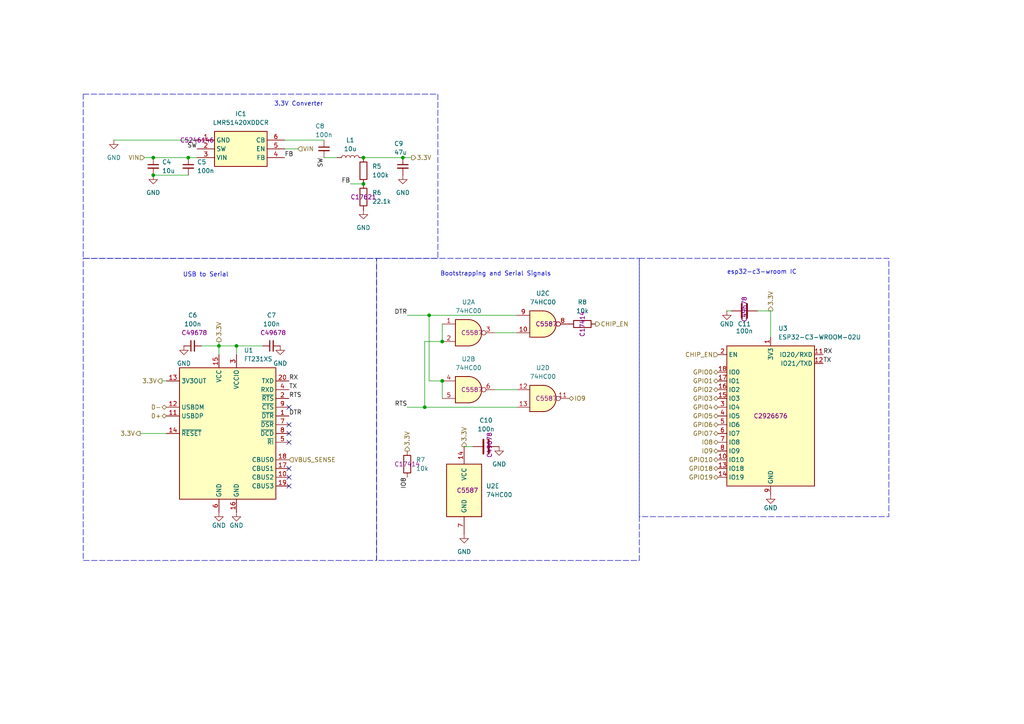
<source format=kicad_sch>
(kicad_sch (version 20250114) (generator "eeschema") (generator_version "9.0")
  (paper "A4")
  (lib_symbols
    (symbol "74xx:74HC00" (pin_names (offset 1.016))
      (property "Reference" "U" (at 0 1.27 0))
      (property "Value" "74HC00" (at 0 -1.27 0))
      (symbol "74HC00_1_1"
        (arc (start 0 3.81) (mid 3.7934 0) (end 0 -3.81) (stroke (width 0.254)) (fill (type background)))
        (polyline (pts (xy 0 3.81) (xy -3.81 3.81) (xy -3.81 -3.81) (xy 0 -3.81)) (stroke (width 0.254)) (fill (type background)))
        (pin input line (at -7.62 2.54 0) (length 3.81) (name "~") (number "1"))
        (pin input line (at -7.62 -2.54 0) (length 3.81) (name "~") (number "2"))
        (pin output inverted (at 7.62 0 180) (length 3.81) (name "~") (number "3"))
      )
      (symbol "74HC00_1_2"
        (arc (start -3.81 3.81) (mid -2.589 0) (end -3.81 -3.81) (stroke (width 0.254)))
        (polyline (pts (xy -3.81 3.81) (xy -0.635 3.81)) (stroke (width 0.254)) (fill (type background)))
        (polyline (pts (xy -3.81 -3.81) (xy -0.635 -3.81)) (stroke (width 0.254)) (fill (type background)))
        (arc (start 3.81 0) (mid 2.1855 -2.584) (end -0.6096 -3.81) (stroke (width 0.254)) (fill (type background)))
        (arc (start -0.6096 3.81) (mid 2.1928 2.5924) (end 3.81 0) (stroke (width 0.254)) (fill (type background)))
        (polyline (pts (xy -0.635 3.81) (xy -3.81 3.81) (xy -3.81 3.81) (xy -3.556 3.4036) (xy -3.0226 2.2606) (xy -2.6924 1.0414) (xy -2.6162 -0.254) (xy -2.7686 -1.4986) (xy -3.175 -2.7178) (xy -3.81 -3.81) (xy -3.81 -3.81) (xy -0.635 -3.81)) (stroke (width -25.4)) (fill (type background)))
        (pin input inverted (at -7.62 2.54 0) (length 4.318) (name "~") (number "1"))
        (pin input inverted (at -7.62 -2.54 0) (length 4.318) (name "~") (number "2"))
        (pin output line (at 7.62 0 180) (length 3.81) (name "~") (number "3"))
      )
      (symbol "74HC00_2_1"
        (arc (start 0 3.81) (mid 3.7934 0) (end 0 -3.81) (stroke (width 0.254)) (fill (type background)))
        (polyline (pts (xy 0 3.81) (xy -3.81 3.81) (xy -3.81 -3.81) (xy 0 -3.81)) (stroke (width 0.254)) (fill (type background)))
        (pin input line (at -7.62 2.54 0) (length 3.81) (name "~") (number "4"))
        (pin input line (at -7.62 -2.54 0) (length 3.81) (name "~") (number "5"))
        (pin output inverted (at 7.62 0 180) (length 3.81) (name "~") (number "6"))
      )
      (symbol "74HC00_2_2"
        (arc (start -3.81 3.81) (mid -2.589 0) (end -3.81 -3.81) (stroke (width 0.254)))
        (polyline (pts (xy -3.81 3.81) (xy -0.635 3.81)) (stroke (width 0.254)) (fill (type background)))
        (polyline (pts (xy -3.81 -3.81) (xy -0.635 -3.81)) (stroke (width 0.254)) (fill (type background)))
        (arc (start 3.81 0) (mid 2.1855 -2.584) (end -0.6096 -3.81) (stroke (width 0.254)) (fill (type background)))
        (arc (start -0.6096 3.81) (mid 2.1928 2.5924) (end 3.81 0) (stroke (width 0.254)) (fill (type background)))
        (polyline (pts (xy -0.635 3.81) (xy -3.81 3.81) (xy -3.81 3.81) (xy -3.556 3.4036) (xy -3.0226 2.2606) (xy -2.6924 1.0414) (xy -2.6162 -0.254) (xy -2.7686 -1.4986) (xy -3.175 -2.7178) (xy -3.81 -3.81) (xy -3.81 -3.81) (xy -0.635 -3.81)) (stroke (width -25.4)) (fill (type background)))
        (pin input inverted (at -7.62 2.54 0) (length 4.318) (name "~") (number "4"))
        (pin input inverted (at -7.62 -2.54 0) (length 4.318) (name "~") (number "5"))
        (pin output line (at 7.62 0 180) (length 3.81) (name "~") (number "6"))
      )
      (symbol "74HC00_3_1"
        (arc (start 0 3.81) (mid 3.7934 0) (end 0 -3.81) (stroke (width 0.254)) (fill (type background)))
        (polyline (pts (xy 0 3.81) (xy -3.81 3.81) (xy -3.81 -3.81) (xy 0 -3.81)) (stroke (width 0.254)) (fill (type background)))
        (pin input line (at -7.62 2.54 0) (length 3.81) (name "~") (number "9"))
        (pin input line (at -7.62 -2.54 0) (length 3.81) (name "~") (number "10"))
        (pin output inverted (at 7.62 0 180) (length 3.81) (name "~") (number "8"))
      )
      (symbol "74HC00_3_2"
        (arc (start -3.81 3.81) (mid -2.589 0) (end -3.81 -3.81) (stroke (width 0.254)))
        (polyline (pts (xy -3.81 3.81) (xy -0.635 3.81)) (stroke (width 0.254)) (fill (type background)))
        (polyline (pts (xy -3.81 -3.81) (xy -0.635 -3.81)) (stroke (width 0.254)) (fill (type background)))
        (arc (start 3.81 0) (mid 2.1855 -2.584) (end -0.6096 -3.81) (stroke (width 0.254)) (fill (type background)))
        (arc (start -0.6096 3.81) (mid 2.1928 2.5924) (end 3.81 0) (stroke (width 0.254)) (fill (type background)))
        (polyline (pts (xy -0.635 3.81) (xy -3.81 3.81) (xy -3.81 3.81) (xy -3.556 3.4036) (xy -3.0226 2.2606) (xy -2.6924 1.0414) (xy -2.6162 -0.254) (xy -2.7686 -1.4986) (xy -3.175 -2.7178) (xy -3.81 -3.81) (xy -3.81 -3.81) (xy -0.635 -3.81)) (stroke (width -25.4)) (fill (type background)))
        (pin input inverted (at -7.62 2.54 0) (length 4.318) (name "~") (number "9"))
        (pin input inverted (at -7.62 -2.54 0) (length 4.318) (name "~") (number "10"))
        (pin output line (at 7.62 0 180) (length 3.81) (name "~") (number "8"))
      )
      (symbol "74HC00_4_1"
        (arc (start 0 3.81) (mid 3.7934 0) (end 0 -3.81) (stroke (width 0.254)) (fill (type background)))
        (polyline (pts (xy 0 3.81) (xy -3.81 3.81) (xy -3.81 -3.81) (xy 0 -3.81)) (stroke (width 0.254)) (fill (type background)))
        (pin input line (at -7.62 2.54 0) (length 3.81) (name "~") (number "12"))
        (pin input line (at -7.62 -2.54 0) (length 3.81) (name "~") (number "13"))
        (pin output inverted (at 7.62 0 180) (length 3.81) (name "~") (number "11"))
      )
      (symbol "74HC00_4_2"
        (arc (start -3.81 3.81) (mid -2.589 0) (end -3.81 -3.81) (stroke (width 0.254)))
        (polyline (pts (xy -3.81 3.81) (xy -0.635 3.81)) (stroke (width 0.254)) (fill (type background)))
        (polyline (pts (xy -3.81 -3.81) (xy -0.635 -3.81)) (stroke (width 0.254)) (fill (type background)))
        (arc (start 3.81 0) (mid 2.1855 -2.584) (end -0.6096 -3.81) (stroke (width 0.254)) (fill (type background)))
        (arc (start -0.6096 3.81) (mid 2.1928 2.5924) (end 3.81 0) (stroke (width 0.254)) (fill (type background)))
        (polyline (pts (xy -0.635 3.81) (xy -3.81 3.81) (xy -3.81 3.81) (xy -3.556 3.4036) (xy -3.0226 2.2606) (xy -2.6924 1.0414) (xy -2.6162 -0.254) (xy -2.7686 -1.4986) (xy -3.175 -2.7178) (xy -3.81 -3.81) (xy -3.81 -3.81) (xy -0.635 -3.81)) (stroke (width -25.4)) (fill (type background)))
        (pin input inverted (at -7.62 2.54 0) (length 4.318) (name "~") (number "12"))
        (pin input inverted (at -7.62 -2.54 0) (length 4.318) (name "~") (number "13"))
        (pin output line (at 7.62 0 180) (length 3.81) (name "~") (number "11"))
      )
      (symbol "74HC00_5_0"
        (pin power_in line (at 0 12.7 270) (length 5.08) (name "VCC") (number "14"))
        (pin power_in line (at 0 -12.7 90) (length 5.08) (name "GND") (number "7"))
      )
      (symbol "74HC00_5_1"
        (rectangle (start -5.08 7.62) (end 5.08 -7.62) (stroke (width 0.254)) (fill (type background)))
      )
    )
    (symbol "Device:C" (pin_numbers (hide yes)) (pin_names (offset 0.254))
      (property "Reference" "C" (at 0.635 2.54 0))
      (property "Value" "C" (at 0.635 -2.54 0))
      (symbol "C_0_1"
        (polyline (pts (xy -2.032 0.762) (xy 2.032 0.762)) (stroke (width 0.508)))
        (polyline (pts (xy -2.032 -0.762) (xy 2.032 -0.762)) (stroke (width 0.508)))
      )
      (symbol "C_1_1"
        (pin passive line (at 0 3.81 270) (length 2.794) (name "~") (number "1"))
        (pin passive line (at 0 -3.81 90) (length 2.794) (name "~") (number "2"))
      )
    )
    (symbol "Device:C_Small" (pin_numbers (hide yes)) (pin_names (offset 0.254) (hide yes))
      (property "Reference" "C" (at 0.254 1.778 0))
      (property "Value" "C_Small" (at 0.254 -2.032 0))
      (symbol "C_Small_0_1"
        (polyline (pts (xy -1.524 0.508) (xy 1.524 0.508)) (stroke (width 0.3048)))
        (polyline (pts (xy -1.524 -0.508) (xy 1.524 -0.508)) (stroke (width 0.3302)))
      )
      (symbol "C_Small_1_1"
        (pin passive line (at 0 2.54 270) (length 2.032) (name "~") (number "1"))
        (pin passive line (at 0 -2.54 90) (length 2.032) (name "~") (number "2"))
      )
    )
    (symbol "Device:L" (pin_numbers (hide yes)) (pin_names (offset 1.016) (hide yes))
      (property "Reference" "L" (at -1.27 0 90))
      (property "Value" "L" (at 1.905 0 90))
      (symbol "L_0_1"
        (arc (start 0 2.54) (mid 0.6323 1.905) (end 0 1.27))
        (arc (start 0 1.27) (mid 0.6323 0.635) (end 0 0))
        (arc (start 0 0) (mid 0.6323 -0.635) (end 0 -1.27))
        (arc (start 0 -1.27) (mid 0.6323 -1.905) (end 0 -2.54))
      )
      (symbol "L_1_1"
        (pin passive line (at 0 3.81 270) (length 1.27) (name "1") (number "1"))
        (pin passive line (at 0 -3.81 90) (length 1.27) (name "2") (number "2"))
      )
    )
    (symbol "Device:R" (pin_numbers (hide yes)) (pin_names (offset 0))
      (property "Reference" "R" (at 2.032 0 90))
      (property "Value" "R" (at 0 0 90))
      (symbol "R_0_1"
        (rectangle (start -1.016 -2.54) (end 1.016 2.54) (stroke (width 0.254)))
      )
      (symbol "R_1_1"
        (pin passive line (at 0 3.81 270) (length 1.27) (name "~") (number "1"))
        (pin passive line (at 0 -3.81 90) (length 1.27) (name "~") (number "2"))
      )
    )
    (symbol "Interface_USB:FT231XS"
      (property "Reference" "U2" (at 4.6833 24.13 0))
      (property "Value" "FT231XS" (at 4.6833 21.59 0))
      (symbol "FT231XS_0_1"
        (rectangle (start -13.97 19.05) (end 13.97 -19.05) (stroke (width 0.254)) (fill (type background)))
      )
      (symbol "FT231XS_1_1"
        (pin passive line (at -17.78 15.24 0) (length 3.81) (name "3V3OUT") (number "13"))
        (pin bidirectional line (at -17.78 7.62 0) (length 3.81) (name "USBDM") (number "12"))
        (pin bidirectional line (at -17.78 5.08 0) (length 3.81) (name "USBDP") (number "11"))
        (pin input line (at -17.78 0 0) (length 3.81) (name "~{RESET}") (number "14"))
        (pin power_in line (at -2.54 22.86 270) (length 3.81) (name "VCC") (number "15"))
        (pin power_in line (at -2.54 -22.86 90) (length 3.81) (name "GND") (number "6"))
        (pin power_in line (at 2.54 22.86 270) (length 3.81) (name "VCCIO") (number "3"))
        (pin power_in line (at 2.54 -22.86 90) (length 3.81) (name "GND") (number "16"))
        (pin output line (at 17.78 15.24 180) (length 3.81) (name "TXD") (number "20"))
        (pin input line (at 17.78 12.7 180) (length 3.81) (name "RXD") (number "4"))
        (pin output line (at 17.78 10.16 180) (length 3.81) (name "~{RTS}") (number "2"))
        (pin input line (at 17.78 7.62 180) (length 3.81) (name "~{CTS}") (number "9"))
        (pin output line (at 17.78 5.08 180) (length 3.81) (name "~{DTR}") (number "1"))
        (pin input line (at 17.78 2.54 180) (length 3.81) (name "~{DSR}") (number "7"))
        (pin input line (at 17.78 0 180) (length 3.81) (name "~{DCD}") (number "8"))
        (pin input line (at 17.78 -2.54 180) (length 3.81) (name "~{RI}") (number "5"))
        (pin bidirectional line (at 17.78 -7.62 180) (length 3.81) (name "CBUS0") (number "18"))
        (pin bidirectional line (at 17.78 -10.16 180) (length 3.81) (name "CBUS1") (number "17"))
        (pin bidirectional line (at 17.78 -12.7 180) (length 3.81) (name "CBUS2") (number "10"))
        (pin bidirectional line (at 17.78 -15.24 180) (length 3.81) (name "CBUS3") (number "19"))
      )
    )
    (symbol "LMR51420XDDCR:LMR51420XDDCR"
      (property "Reference" "IC" (at 21.59 7.62 0))
      (property "Value" "LMR51420XDDCR" (at 21.59 5.08 0))
      (symbol "LMR51420XDDCR_1_1"
        (rectangle (start 5.08 2.54) (end 20.32 -7.62) (stroke (width 0.254)) (fill (type background)))
        (pin passive line (at 0 0 0) (length 5.08) (name "GND") (number "1"))
        (pin passive line (at 0 -2.54 0) (length 5.08) (name "SW") (number "2"))
        (pin passive line (at 0 -5.08 0) (length 5.08) (name "VIN") (number "3"))
        (pin passive line (at 25.4 0 180) (length 5.08) (name "CB") (number "6"))
        (pin passive line (at 25.4 -2.54 180) (length 5.08) (name "EN") (number "5"))
        (pin passive line (at 25.4 -5.08 180) (length 5.08) (name "FB") (number "4"))
      )
    )
    (symbol "RF_Module:ESP32-C3-WROOM-02U"
      (property "Reference" "U" (at -12.192 21.336 0))
      (property "Value" "ESP32-C3-WROOM-02U" (at 12.7 21.336 0))
      (symbol "ESP32-C3-WROOM-02U_1_1"
        (rectangle (start -12.7 20.32) (end 12.7 -20.32) (stroke (width 0.254)) (fill (type background)))
        (pin input line (at -15.24 17.78 0) (length 2.54) (name "EN") (number "2"))
        (pin bidirectional line (at -15.24 12.7 0) (length 2.54) (name "IO0") (number "18"))
        (pin bidirectional line (at -15.24 10.16 0) (length 2.54) (name "IO1") (number "17"))
        (pin bidirectional line (at -15.24 7.62 0) (length 2.54) (name "IO2") (number "16"))
        (pin bidirectional line (at -15.24 5.08 0) (length 2.54) (name "IO3") (number "15"))
        (pin bidirectional line (at -15.24 2.54 0) (length 2.54) (name "IO4") (number "3"))
        (pin bidirectional line (at -15.24 0 0) (length 2.54) (name "IO5") (number "4"))
        (pin bidirectional line (at -15.24 -2.54 0) (length 2.54) (name "IO6") (number "5"))
        (pin bidirectional line (at -15.24 -5.08 0) (length 2.54) (name "IO7") (number "6"))
        (pin bidirectional line (at -15.24 -7.62 0) (length 2.54) (name "IO8") (number "7"))
        (pin bidirectional line (at -15.24 -10.16 0) (length 2.54) (name "IO9") (number "8"))
        (pin bidirectional line (at -15.24 -12.7 0) (length 2.54) (name "IO10") (number "10"))
        (pin bidirectional line (at -15.24 -15.24 0) (length 2.54) (name "IO18") (number "13"))
        (pin bidirectional line (at -15.24 -17.78 0) (length 2.54) (name "IO19") (number "14"))
        (pin power_in line (at 0 22.86 270) (length 2.54) (name "3V3") (number "1"))
        (pin passive line (at 0 -22.86 90) (length 2.54) (hide yes) (name "GND") (number "19"))
        (pin power_in line (at 0 -22.86 90) (length 2.54) (name "GND") (number "9"))
        (pin bidirectional line (at 15.24 17.78 180) (length 2.54) (name "IO20/RXD") (number "11"))
        (pin bidirectional line (at 15.24 15.24 180) (length 2.54) (name "IO21/TXD") (number "12"))
      )
    )
    (symbol "power:GND" (power) (pin_numbers (hide yes)) (pin_names (offset 0) (hide yes))
      (property "Value" "GND" (at 0 -3.81 0))
      (symbol "GND_0_1"
        (polyline (pts (xy 0 0) (xy 0 -1.27) (xy 1.27 -1.27) (xy 0 -2.54) (xy -1.27 -1.27) (xy 0 -1.27)))
      )
      (symbol "GND_1_1"
        (pin power_in line (at 0 0 270) (length 0) (name "~") (number "1"))
      )
    )
  )
  (rectangle (start 109.22 74.93) (end 185.42 162.56) (stroke (width 0) (type dash)))
  (rectangle (start 24.13 27.305) (end 127 74.93) (stroke (width 0) (type dash)))
  (rectangle (start 185.42 74.93) (end 257.81 149.86) (stroke (width 0) (type dash)))
  (rectangle (start 24.13 74.93) (end 109.22 162.56) (stroke (width 0) (type dash)))
  (text "3.3V Converter" (at 86.614 30.226 0) (effects (font (size 1.27 1.27))))
  (text "USB to Serial" (at 59.69 79.756 0) (effects (font (size 1.27 1.27))))
  (text "Bootstrapping and Serial Signals" (at 143.764 79.502 0) (effects (font (size 1.27 1.27))))
  (text "esp32-c3-wroom IC" (at 220.98 78.994 0) (effects (font (size 1.27 1.27))))
  (junction (at 54.61 45.72))
  (junction (at 44.45 50.8))
  (junction (at 128.27 110.49))
  (junction (at 63.5 100.33))
  (junction (at 68.58 100.33))
  (junction (at 105.41 45.72))
  (junction (at 105.41 53.34))
  (junction (at 123.19 118.11))
  (junction (at 124.46 91.44))
  (junction (at 128.27 99.06))
  (junction (at 116.84 45.72))
  (junction (at 44.45 45.72))
  (no_connect (at 83.82 123.19))
  (no_connect (at 83.82 138.43))
  (no_connect (at 83.82 118.11))
  (no_connect (at 83.82 125.73))
  (no_connect (at 83.82 135.89))
  (no_connect (at 83.82 128.27))
  (no_connect (at 83.82 140.97))
  (wire (pts (xy 40.64 125.73) (xy 48.26 125.73)))
  (wire (pts (xy 118.11 118.11) (xy 123.19 118.11)))
  (wire (pts (xy 223.52 90.17) (xy 223.52 97.79)))
  (wire (pts (xy 82.55 40.64) (xy 93.98 40.64)))
  (wire (pts (xy 124.46 91.44) (xy 149.86 91.44)))
  (wire (pts (xy 128.27 110.49) (xy 128.27 115.57)))
  (wire (pts (xy 58.42 100.33) (xy 63.5 100.33)))
  (wire (pts (xy 143.51 113.03) (xy 149.86 113.03)))
  (wire (pts (xy 118.11 91.44) (xy 124.46 91.44)))
  (wire (pts (xy 219.71 90.17) (xy 223.52 90.17)))
  (wire (pts (xy 44.45 45.72) (xy 54.61 45.72)))
  (wire (pts (xy 119.38 45.72) (xy 116.84 45.72)))
  (wire (pts (xy 41.91 45.72) (xy 44.45 45.72)))
  (wire (pts (xy 86.36 43.18) (xy 82.55 43.18)))
  (wire (pts (xy 128.27 99.06) (xy 123.19 99.06)))
  (wire (pts (xy 93.98 45.72) (xy 97.79 45.72)))
  (wire (pts (xy 101.6 53.34) (xy 105.41 53.34)))
  (wire (pts (xy 54.61 45.72) (xy 57.15 45.72)))
  (wire (pts (xy 63.5 100.33) (xy 63.5 102.87)))
  (wire (pts (xy 123.19 118.11) (xy 149.86 118.11)))
  (wire (pts (xy 134.62 129.54) (xy 137.16 129.54)))
  (wire (pts (xy 46.99 110.49) (xy 48.26 110.49)))
  (wire (pts (xy 68.58 100.33) (xy 68.58 102.87)))
  (wire (pts (xy 124.46 110.49) (xy 128.27 110.49)))
  (wire (pts (xy 128.27 93.98) (xy 128.27 99.06)))
  (wire (pts (xy 210.82 90.17) (xy 212.09 90.17)))
  (wire (pts (xy 63.5 100.33) (xy 68.58 100.33)))
  (wire (pts (xy 123.19 99.06) (xy 123.19 118.11)))
  (wire (pts (xy 124.46 91.44) (xy 124.46 110.49)))
  (wire (pts (xy 143.51 96.52) (xy 149.86 96.52)))
  (wire (pts (xy 33.02 40.64) (xy 57.15 40.64)))
  (wire (pts (xy 68.58 100.33) (xy 76.2 100.33)))
  (wire (pts (xy 63.5 99.06) (xy 63.5 100.33)))
  (wire (pts (xy 105.41 45.72) (xy 116.84 45.72)))
  (wire (pts (xy 44.45 50.8) (xy 54.61 50.8)))
  (label "SW" (at 93.98 45.72 270))
  (label "RTS" (at 83.82 115.57 0))
  (label "FB" (at 101.6 53.34 180))
  (label "RTS" (at 118.11 118.11 180))
  (label "TX" (at 238.76 105.41 0))
  (label "DTR" (at 83.82 120.65 0))
  (label "IO8" (at 118.11 138.43 270))
  (label "SW" (at 57.15 43.18 180))
  (label "TX" (at 83.82 113.03 0))
  (label "FB" (at 82.55 45.72 0))
  (label "DTR" (at 118.11 91.44 180))
  (label "RX" (at 238.76 102.87 0))
  (label "RX" (at 83.82 110.49 0))
  (hierarchical_label "IO9" (shape bidirectional) (at 208.28 130.81 180))
  (hierarchical_label "3.3V" (shape output) (at 223.52 90.17 90))
  (hierarchical_label "GPIO7" (shape bidirectional) (at 208.28 125.73 180))
  (hierarchical_label "3.3V" (shape output) (at 63.5 99.06 90))
  (hierarchical_label "GPIO1" (shape bidirectional) (at 208.28 110.49 180))
  (hierarchical_label "3.3V" (shape output) (at 40.64 125.73 180))
  (hierarchical_label "3.3V" (shape output) (at 134.62 129.54 90))
  (hierarchical_label "GPIO2" (shape bidirectional) (at 208.28 113.03 180))
  (hierarchical_label "GPIO5" (shape bidirectional) (at 208.28 120.65 180))
  (hierarchical_label "GPIO18" (shape bidirectional) (at 208.28 135.89 180))
  (hierarchical_label "CHIP_EN" (shape input) (at 208.28 102.87 180))
  (hierarchical_label "IO9" (shape bidirectional) (at 165.1 115.57 0))
  (hierarchical_label "VBUS_SENSE" (shape input) (at 83.82 133.35 0))
  (hierarchical_label "CHIP_EN" (shape output) (at 172.72 93.98 0))
  (hierarchical_label "3.3V" (shape output) (at 119.38 45.72 0))
  (hierarchical_label "GPIO4" (shape bidirectional) (at 208.28 118.11 180))
  (hierarchical_label "GPIO3" (shape bidirectional) (at 208.28 115.57 180))
  (hierarchical_label "VIN" (shape input) (at 41.91 45.72 180))
  (hierarchical_label "3.3V" (shape output) (at 118.11 130.81 90))
  (hierarchical_label "IO8" (shape bidirectional) (at 208.28 128.27 180))
  (hierarchical_label "GPIO6" (shape bidirectional) (at 208.28 123.19 180))
  (hierarchical_label "D+" (shape bidirectional) (at 48.26 120.65 180))
  (hierarchical_label "GPIO19" (shape bidirectional) (at 208.28 138.43 180))
  (hierarchical_label "D-" (shape bidirectional) (at 48.26 118.11 180))
  (hierarchical_label "GPIO10" (shape bidirectional) (at 208.28 133.35 180))
  (hierarchical_label "3.3V" (shape output) (at 46.99 110.49 180))
  (hierarchical_label "VIN" (shape input) (at 86.36 43.18 0))
  (hierarchical_label "GPIO0" (shape bidirectional) (at 208.28 107.95 180))
  (symbol (lib_id "power:GND") (at 116.84 50.8 0) (unit 1)
    (property "Reference" "#PWR015" (effects (hide yes)))
    (property "Value" "GND" (at 116.84 55.88 0))
    (property "Description" "Power symbol creates a global label with name \"GND\" , ground" (effects (hide yes)))
  )
  (symbol (lib_id "Device:R") (at 168.91 93.98 90) (unit 1)
    (property "Reference" "R8" (at 168.91 87.63 90))
    (property "Value" "10k" (at 168.91 90.17 90))
    (property "Footprint" "Resistor_SMD:R_0805_2012Metric_Pad1.20x1.40mm_HandSolder" (effects (hide yes)))
    (property "Description" "Resistor" (effects (hide yes)))
    (property "LCSC" "C17414" (at 168.91 93.98 0))
  )
  (symbol (lib_id "power:GND") (at 144.78 129.54 0) (unit 1)
    (property "Reference" "#PWR017" (effects (hide yes)))
    (property "Value" "GND" (at 144.78 134.62 0))
    (property "Description" "Power symbol creates a global label with name \"GND\" , ground" (effects (hide yes)))
  )
  (symbol (lib_id "Device:C_Small") (at 116.84 48.26 0) (unit 1)
    (property "Reference" "C9" (at 114.3 41.656 0) (effects (justify left)))
    (property "Value" "47u" (at 114.3 44.196 0) (effects (justify left)))
    (property "Footprint" "Capacitor_SMD:C_0805_2012Metric_Pad1.18x1.45mm_HandSolder" (effects (hide yes)))
    (property "Description" "Unpolarized capacitor, small symbol" (effects (hide yes)))
  )
  (symbol (lib_id "Device:C") (at 140.97 129.54 90) (unit 1)
    (property "Reference" "C10" (at 140.97 121.92 90))
    (property "Value" "100n" (at 140.97 124.46 90))
    (property "Footprint" "Capacitor_SMD:C_0805_2012Metric_Pad1.18x1.45mm_HandSolder" (effects (hide yes)))
    (property "Description" "Unpolarized capacitor" (effects (hide yes)))
    (property "LCSC" " C49678" (at 141.986 129.54 0))
  )
  (symbol (lib_id "74xx:74HC00") (at 157.48 115.57 0) (unit 4)
    (property "Reference" "U2" (at 157.4717 106.68 0))
    (property "Value" "74HC00" (at 157.4717 109.22 0))
    (property "Footprint" "Package_SO:TSSOP-14_4.4x5mm_P0.65mm" (effects (hide yes)))
    (property "Datasheet" "http://www.ti.com/lit/gpn/sn74hc00" (effects (hide yes)))
    (property "Description" "quad 2-input NAND gate" (effects (hide yes)))
    (property "LCSC" "  C5587" (at 157.48 115.57 0))
  )
  (symbol (lib_id "power:GND") (at 134.62 154.94 0) (unit 1)
    (property "Reference" "#PWR016" (effects (hide yes)))
    (property "Value" "GND" (at 134.62 160.02 0))
    (property "Description" "Power symbol creates a global label with name \"GND\" , ground" (effects (hide yes)))
  )
  (symbol (lib_id "Device:C_Small") (at 54.61 48.26 0) (unit 1)
    (property "Reference" "C5" (at 57.15 46.9962 0) (effects (justify left)))
    (property "Value" "100n" (at 57.15 49.5362 0) (effects (justify left)))
    (property "Footprint" "Capacitor_SMD:C_0805_2012Metric_Pad1.18x1.45mm_HandSolder" (effects (hide yes)))
    (property "Description" "Unpolarized capacitor, small symbol" (effects (hide yes)))
  )
  (symbol (lib_id "Device:C") (at 215.9 90.17 90) (mirror x) (unit 1)
    (property "Reference" "C11" (at 215.9 93.98 90))
    (property "Value" "100n" (at 215.9 96.012 90))
    (property "Footprint" "Capacitor_SMD:C_0805_2012Metric_Pad1.18x1.45mm_HandSolder" (effects (hide yes)))
    (property "Description" "Unpolarized capacitor" (effects (hide yes)))
    (property "LCSC" " C49678" (at 215.9 90.17 0))
  )
  (symbol (lib_id "power:GND") (at 223.52 143.51 0) (unit 1)
    (property "Reference" "#PWR019" (effects (hide yes)))
    (property "Value" "GND" (at 223.52 147.32 0))
    (property "Description" "Power symbol creates a global label with name \"GND\" , ground" (effects (hide yes)))
  )
  (symbol (lib_id "LMR51420XDDCR:LMR51420XDDCR") (at 57.15 40.64 0) (unit 1)
    (property "Reference" "IC1" (at 69.85 33.02 0))
    (property "Value" "LMR51420XDDCR" (at 69.85 35.56 0))
    (property "Footprint" "local:SOT95P280X110-6N" (effects (hide yes)))
    (property "Datasheet" "https://www.ti.com/lit/ds/symlink/lmr51420.pdf?ts=1663231243064" (effects (hide yes)))
    (property "Description" "Switching Voltage Regulators SIMPLE SWITCHER power converter 4.5-V to 36-V, 2-A, synchronous buck with 40-uA IQ" (effects (hide yes)))
    (property "Height" "1.1" (effects (hide yes)))
    (property "Mouser Part Number" "595-LMR51420XDDCR" (effects (hide yes)))
    (property "Mouser Price/Stock" "https://www.mouser.co.uk/ProductDetail/Texas-Instruments/LMR51420XDDCR?qs=vvQtp7zwQdN6fBqQU4azxw%3D%3D" (effects (hide yes)))
    (property "Manufacturer_Name" "Texas Instruments" (effects (hide yes)))
    (property "Manufacturer_Part_Number" "LMR51420XDDCR" (effects (hide yes)))
    (property "LCSC" "C5246146" (at 57.15 40.64 0))
  )
  (symbol (lib_id "74xx:74HC00") (at 135.89 96.52 0) (unit 1)
    (property "Reference" "U2" (at 135.8817 87.63 0))
    (property "Value" "74HC00" (at 135.8817 90.17 0))
    (property "Footprint" "Package_SO:TSSOP-14_4.4x5mm_P0.65mm" (effects (hide yes)))
    (property "Datasheet" "http://www.ti.com/lit/gpn/sn74hc00" (effects (hide yes)))
    (property "Description" "quad 2-input NAND gate" (effects (hide yes)))
    (property "LCSC" "  C5587" (at 135.89 96.52 0))
  )
  (symbol (lib_id "74xx:74HC00") (at 135.89 113.03 0) (unit 2)
    (property "Reference" "U2" (at 135.8817 104.14 0))
    (property "Value" "74HC00" (at 135.8817 106.68 0))
    (property "Footprint" "Package_SO:TSSOP-14_4.4x5mm_P0.65mm" (effects (hide yes)))
    (property "Datasheet" "http://www.ti.com/lit/gpn/sn74hc00" (effects (hide yes)))
    (property "Description" "quad 2-input NAND gate" (effects (hide yes)))
    (property "LCSC" "  C5587" (at 135.89 113.03 0))
  )
  (symbol (lib_id "Device:C_Small") (at 44.45 48.26 0) (unit 1)
    (property "Reference" "C4" (at 46.99 46.9962 0) (effects (justify left)))
    (property "Value" "10u" (at 46.99 49.5362 0) (effects (justify left)))
    (property "Footprint" "Capacitor_SMD:C_0805_2012Metric_Pad1.18x1.45mm_HandSolder" (effects (hide yes)))
    (property "Description" "Unpolarized capacitor, small symbol" (effects (hide yes)))
  )
  (symbol (lib_id "RF_Module:ESP32-C3-WROOM-02U") (at 223.52 120.65 0) (unit 1)
    (property "Reference" "U3" (at 225.7141 95.25 0) (effects (justify left)))
    (property "Value" "ESP32-C3-WROOM-02U" (at 225.7141 97.79 0) (effects (justify left)))
    (property "Footprint" "RF_Module:ESP32-C3-WROOM-02U" (effects (hide yes)))
    (property "Datasheet" "https://www.espressif.com/sites/default/files/documentation/esp32-c3-wroom-02_datasheet_en.pdf" (effects (hide yes)))
    (property "Description" "802.11 b/g/n Wi­Fi and Bluetooth 5 module, ESP32­C3 SoC, RISC­V microprocessor, On-board antenna" (effects (hide yes)))
    (property "LCSC" "C2926676" (at 223.52 120.65 0))
  )
  (symbol (lib_id "Device:R") (at 105.41 57.15 0) (unit 1)
    (property "Reference" "R6" (at 107.95 55.8799 0) (effects (justify left)))
    (property "Value" "22.1k" (at 107.95 58.4199 0) (effects (justify left)))
    (property "Footprint" "Resistor_SMD:R_0805_2012Metric_Pad1.20x1.40mm_HandSolder" (effects (hide yes)))
    (property "Description" "Resistor" (effects (hide yes)))
    (property "LCSC" "C17621" (at 105.41 57.15 0))
  )
  (symbol (lib_id "power:GND") (at 68.58 148.59 0) (unit 1)
    (property "Reference" "#PWR012" (effects (hide yes)))
    (property "Value" "GND" (at 68.58 152.4 0))
    (property "Description" "Power symbol creates a global label with name \"GND\" , ground" (effects (hide yes)))
  )
  (symbol (lib_id "Device:C_Small") (at 55.88 100.33 90) (unit 1)
    (property "Reference" "C6" (at 55.8863 91.44 90))
    (property "Value" "100n" (at 55.8863 93.98 90))
    (property "Footprint" "Capacitor_SMD:C_0805_2012Metric_Pad1.18x1.45mm_HandSolder" (effects (hide yes)))
    (property "Description" "Unpolarized capacitor, small symbol" (effects (hide yes)))
    (property "LCSC" " C49678" (at 55.8863 96.52 90))
  )
  (symbol (lib_id "Device:L") (at 101.6 45.72 90) (unit 1)
    (property "Reference" "L1" (at 101.6 40.64 90))
    (property "Value" "10u" (at 101.6 43.18 90))
    (property "Footprint" "Inductor_SMD:L_Taiyo-Yuden_NR-50xx_HandSoldering" (effects (hide yes)))
    (property "Description" "Inductor" (effects (hide yes)))
    (property "Product" "IFSC2020DZER150M01 " (effects (hide yes)))
  )
  (symbol (lib_id "power:GND") (at 44.45 50.8 0) (unit 1)
    (property "Reference" "#PWR09" (effects (hide yes)))
    (property "Value" "GND" (at 44.45 55.88 0))
    (property "Description" "Power symbol creates a global label with name \"GND\" , ground" (effects (hide yes)))
  )
  (symbol (lib_id "74xx:74HC00") (at 157.48 93.98 0) (unit 3)
    (property "Reference" "U2" (at 157.4717 85.09 0))
    (property "Value" "74HC00" (at 157.4717 87.63 0))
    (property "Footprint" "Package_SO:TSSOP-14_4.4x5mm_P0.65mm" (effects (hide yes)))
    (property "Datasheet" "http://www.ti.com/lit/gpn/sn74hc00" (effects (hide yes)))
    (property "Description" "quad 2-input NAND gate" (effects (hide yes)))
    (property "LCSC" "  C5587" (at 157.48 93.98 0))
  )
  (symbol (lib_id "power:GND") (at 81.28 100.33 0) (unit 1)
    (property "Reference" "#PWR013" (effects (hide yes)))
    (property "Value" "GND" (at 81.28 105.41 0))
    (property "Description" "Power symbol creates a global label with name \"GND\" , ground" (effects (hide yes)))
  )
  (symbol (lib_id "Device:C_Small") (at 93.98 43.18 0) (unit 1)
    (property "Reference" "C8" (at 91.44 36.576 0) (effects (justify left)))
    (property "Value" "100n" (at 91.44 39.116 0) (effects (justify left)))
    (property "Footprint" "Capacitor_SMD:C_0805_2012Metric_Pad1.18x1.45mm_HandSolder" (effects (hide yes)))
    (property "Description" "Unpolarized capacitor, small symbol" (effects (hide yes)))
  )
  (symbol (lib_id "74xx:74HC00") (at 134.62 142.24 0) (unit 5)
    (property "Reference" "U2" (at 140.97 140.9699 0) (effects (justify left)))
    (property "Value" "74HC00" (at 140.97 143.5099 0) (effects (justify left)))
    (property "Footprint" "Package_SO:TSSOP-14_4.4x5mm_P0.65mm" (effects (hide yes)))
    (property "Datasheet" "http://www.ti.com/lit/gpn/sn74hc00" (effects (hide yes)))
    (property "Description" "quad 2-input NAND gate" (effects (hide yes)))
    (property "LCSC" "  C5587" (at 134.62 142.24 0))
  )
  (symbol (lib_id "power:GND") (at 210.82 90.17 0) (unit 1)
    (property "Reference" "#PWR018" (effects (hide yes)))
    (property "Value" "GND" (at 210.82 93.98 0))
    (property "Description" "Power symbol creates a global label with name \"GND\" , ground" (effects (hide yes)))
  )
  (symbol (lib_id "Device:R") (at 105.41 49.53 0) (unit 1)
    (property "Reference" "R5" (at 107.95 48.2599 0) (effects (justify left)))
    (property "Value" "100k" (at 107.95 50.7999 0) (effects (justify left)))
    (property "Footprint" "Resistor_SMD:R_0805_2012Metric_Pad1.20x1.40mm_HandSolder" (effects (hide yes)))
    (property "Description" "Resistor" (effects (hide yes)))
    (property "LCSC" "C2828724" (effects (hide yes)))
  )
  (symbol (lib_id "Interface_USB:FT231XS") (at 66.04 125.73 0) (unit 1)
    (property "Reference" "U1" (at 70.7233 101.6 0) (effects (justify left)))
    (property "Value" "FT231XS" (at 70.7233 104.14 0) (effects (justify left)))
    (property "Footprint" "Package_SO:SSOP-20_3.9x8.7mm_P0.635mm" (effects (hide yes)))
    (property "Datasheet" "https://www.lcsc.com/datasheet/lcsc_datasheet_2410121732_FTDI-FT231XS-R_C132160.pdf" (effects (hide yes)))
    (property "Description" "Full Speed USB to Full Handshake UART, SSOP-20" (effects (hide yes)))
    (property "LCSC" "C132160" (effects (hide yes)))
  )
  (symbol (lib_id "power:GND") (at 105.41 60.96 0) (unit 1)
    (property "Reference" "#PWR014" (effects (hide yes)))
    (property "Value" "GND" (at 105.41 66.04 0))
    (property "Description" "Power symbol creates a global label with name \"GND\" , ground" (effects (hide yes)))
  )
  (symbol (lib_id "power:GND") (at 53.34 100.33 0) (unit 1)
    (property "Reference" "#PWR010" (effects (hide yes)))
    (property "Value" "GND" (at 53.34 105.41 0))
    (property "Description" "Power symbol creates a global label with name \"GND\" , ground" (effects (hide yes)))
  )
  (symbol (lib_id "power:GND") (at 63.5 148.59 0) (unit 1)
    (property "Reference" "#PWR011" (effects (hide yes)))
    (property "Value" "GND" (at 63.5 152.4 0))
    (property "Description" "Power symbol creates a global label with name \"GND\" , ground" (effects (hide yes)))
  )
  (symbol (lib_id "Device:R") (at 118.11 134.62 180) (unit 1)
    (property "Reference" "R7" (at 120.65 133.3499 0) (effects (justify right)))
    (property "Value" "10k" (at 120.65 135.8899 0) (effects (justify right)))
    (property "Footprint" "Resistor_SMD:R_0805_2012Metric_Pad1.20x1.40mm_HandSolder" (effects (hide yes)))
    (property "Description" "Resistor" (effects (hide yes)))
    (property "LCSC" "C17414" (at 118.11 134.62 0))
  )
  (symbol (lib_id "Device:C_Small") (at 78.74 100.33 90) (unit 1)
    (property "Reference" "C7" (at 78.7463 91.44 90))
    (property "Value" "100n" (at 78.7463 93.98 90))
    (property "Footprint" "Capacitor_SMD:C_0805_2012Metric_Pad1.18x1.45mm_HandSolder" (effects (hide yes)))
    (property "Description" "Unpolarized capacitor, small symbol" (effects (hide yes)))
    (property "LCSC" " C49678" (at 78.7463 96.52 90))
  )
  (symbol (lib_id "power:GND") (at 33.02 40.64 0) (unit 1)
    (property "Reference" "#PWR08" (effects (hide yes)))
    (property "Value" "GND" (at 33.02 45.72 0))
    (property "Description" "Power symbol creates a global label with name \"GND\" , ground" (effects (hide yes)))
  )
)
</source>
